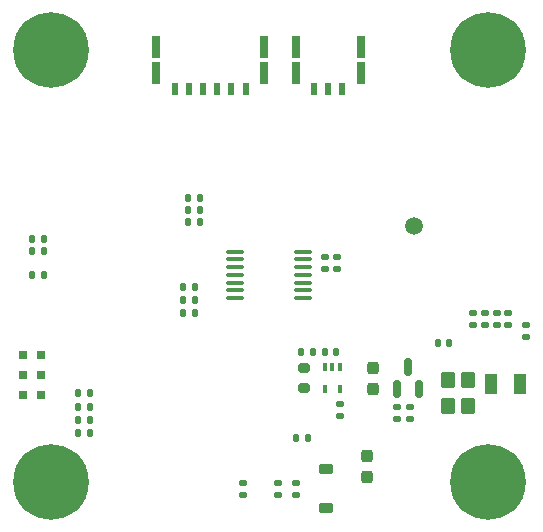
<source format=gbr>
%TF.GenerationSoftware,KiCad,Pcbnew,9.0.3*%
%TF.CreationDate,2025-07-31T21:13:17-04:00*%
%TF.ProjectId,motor-controller,6d6f746f-722d-4636-9f6e-74726f6c6c65,1*%
%TF.SameCoordinates,Original*%
%TF.FileFunction,Soldermask,Top*%
%TF.FilePolarity,Negative*%
%FSLAX46Y46*%
G04 Gerber Fmt 4.6, Leading zero omitted, Abs format (unit mm)*
G04 Created by KiCad (PCBNEW 9.0.3) date 2025-07-31 21:13:17*
%MOMM*%
%LPD*%
G01*
G04 APERTURE LIST*
G04 Aperture macros list*
%AMRoundRect*
0 Rectangle with rounded corners*
0 $1 Rounding radius*
0 $2 $3 $4 $5 $6 $7 $8 $9 X,Y pos of 4 corners*
0 Add a 4 corners polygon primitive as box body*
4,1,4,$2,$3,$4,$5,$6,$7,$8,$9,$2,$3,0*
0 Add four circle primitives for the rounded corners*
1,1,$1+$1,$2,$3*
1,1,$1+$1,$4,$5*
1,1,$1+$1,$6,$7*
1,1,$1+$1,$8,$9*
0 Add four rect primitives between the rounded corners*
20,1,$1+$1,$2,$3,$4,$5,0*
20,1,$1+$1,$4,$5,$6,$7,0*
20,1,$1+$1,$6,$7,$8,$9,0*
20,1,$1+$1,$8,$9,$2,$3,0*%
G04 Aperture macros list end*
%ADD10RoundRect,0.135000X0.185000X-0.135000X0.185000X0.135000X-0.185000X0.135000X-0.185000X-0.135000X0*%
%ADD11RoundRect,0.135000X-0.185000X0.135000X-0.185000X-0.135000X0.185000X-0.135000X0.185000X0.135000X0*%
%ADD12RoundRect,0.140000X0.170000X-0.140000X0.170000X0.140000X-0.170000X0.140000X-0.170000X-0.140000X0*%
%ADD13RoundRect,0.135000X0.135000X0.185000X-0.135000X0.185000X-0.135000X-0.185000X0.135000X-0.185000X0*%
%ADD14RoundRect,0.140000X0.140000X0.170000X-0.140000X0.170000X-0.140000X-0.170000X0.140000X-0.170000X0*%
%ADD15RoundRect,0.140000X-0.140000X-0.170000X0.140000X-0.170000X0.140000X0.170000X-0.140000X0.170000X0*%
%ADD16R,0.800000X0.800000*%
%ADD17RoundRect,0.250000X-0.350000X0.450000X-0.350000X-0.450000X0.350000X-0.450000X0.350000X0.450000X0*%
%ADD18RoundRect,0.150000X0.150000X-0.587500X0.150000X0.587500X-0.150000X0.587500X-0.150000X-0.587500X0*%
%ADD19C,3.600000*%
%ADD20C,6.400000*%
%ADD21RoundRect,0.135000X-0.135000X-0.185000X0.135000X-0.185000X0.135000X0.185000X-0.135000X0.185000X0*%
%ADD22RoundRect,0.237500X0.237500X-0.287500X0.237500X0.287500X-0.237500X0.287500X-0.237500X-0.287500X0*%
%ADD23RoundRect,0.100000X-0.100000X0.225000X-0.100000X-0.225000X0.100000X-0.225000X0.100000X0.225000X0*%
%ADD24RoundRect,0.100000X-0.637500X-0.100000X0.637500X-0.100000X0.637500X0.100000X-0.637500X0.100000X0*%
%ADD25R,0.600000X1.100000*%
%ADD26R,0.700000X1.850000*%
%ADD27C,1.500000*%
%ADD28RoundRect,0.225000X-0.375000X0.225000X-0.375000X-0.225000X0.375000X-0.225000X0.375000X0.225000X0*%
%ADD29RoundRect,0.140000X-0.170000X0.140000X-0.170000X-0.140000X0.170000X-0.140000X0.170000X0.140000X0*%
%ADD30R,1.000000X1.800000*%
%ADD31RoundRect,0.200000X0.275000X-0.200000X0.275000X0.200000X-0.275000X0.200000X-0.275000X-0.200000X0*%
G04 APERTURE END LIST*
D10*
%TO.C,R35*%
X212250000Y-166610000D03*
X212250000Y-165590000D03*
%TD*%
D11*
%TO.C,R34*%
X210750000Y-165590000D03*
X210750000Y-166610000D03*
%TD*%
D12*
%TO.C,C13*%
X214700000Y-147480000D03*
X214700000Y-146520000D03*
%TD*%
D13*
%TO.C,R15*%
X194860000Y-160250000D03*
X193840000Y-160250000D03*
%TD*%
D14*
%TO.C,C5*%
X225230000Y-153750000D03*
X224270000Y-153750000D03*
%TD*%
D15*
%TO.C,C14*%
X214720000Y-154500000D03*
X215680000Y-154500000D03*
%TD*%
D11*
%TO.C,R20*%
X221900000Y-159190001D03*
X221900000Y-160209999D03*
%TD*%
D16*
%TO.C,D5*%
X189150000Y-154800000D03*
X190650000Y-154800000D03*
%TD*%
D12*
%TO.C,C21*%
X228250000Y-152230000D03*
X228250000Y-151270000D03*
%TD*%
D17*
%TO.C,Y2*%
X225150000Y-156900000D03*
X225150000Y-159100000D03*
X226850000Y-159100000D03*
X226850000Y-156900000D03*
%TD*%
D13*
%TO.C,R8*%
X194860000Y-161350000D03*
X193840000Y-161350000D03*
%TD*%
D18*
%TO.C,Q7*%
X220800000Y-157687500D03*
X222700000Y-157687500D03*
X221750000Y-155812500D03*
%TD*%
D19*
%TO.C,H2*%
X228500000Y-129000000D03*
D20*
X228500000Y-129000000D03*
%TD*%
D19*
%TO.C,H1*%
X191500000Y-129000000D03*
D20*
X191500000Y-129000000D03*
%TD*%
D14*
%TO.C,C17*%
X213680000Y-154500000D03*
X212720000Y-154500000D03*
%TD*%
D21*
%TO.C,R28*%
X203090000Y-142500000D03*
X204110000Y-142500000D03*
%TD*%
%TO.C,R40*%
X189940000Y-146000000D03*
X190960000Y-146000000D03*
%TD*%
D10*
%TO.C,R44*%
X220800000Y-160210000D03*
X220800000Y-159190000D03*
%TD*%
D21*
%TO.C,R29*%
X203090000Y-143500000D03*
X204110000Y-143500000D03*
%TD*%
%TO.C,R31*%
X189940000Y-148000000D03*
X190960000Y-148000000D03*
%TD*%
D12*
%TO.C,C20*%
X227250000Y-152230000D03*
X227250000Y-151270000D03*
%TD*%
D22*
%TO.C,F3*%
X218250000Y-165075000D03*
X218250000Y-163325000D03*
%TD*%
D23*
%TO.C,U3*%
X216000000Y-155800000D03*
X215350000Y-155800000D03*
X214700000Y-155800000D03*
X214700000Y-157700000D03*
X216000000Y-157700000D03*
%TD*%
D16*
%TO.C,D3*%
X189150000Y-158200000D03*
X190650000Y-158200000D03*
%TD*%
D24*
%TO.C,U2*%
X207137500Y-146050000D03*
X207137500Y-146700000D03*
X207137500Y-147350000D03*
X207137500Y-148000000D03*
X207137500Y-148650000D03*
X207137500Y-149300000D03*
X207137500Y-149950000D03*
X212862500Y-149950000D03*
X212862500Y-149300000D03*
X212862500Y-148650000D03*
X212862500Y-148000000D03*
X212862500Y-147350000D03*
X212862500Y-146700000D03*
X212862500Y-146050000D03*
%TD*%
D16*
%TO.C,D4*%
X189150000Y-156500000D03*
X190650000Y-156500000D03*
%TD*%
D25*
%TO.C,J4*%
X202000000Y-132300000D03*
X203200000Y-132300000D03*
X204400000Y-132300000D03*
X205600000Y-132300000D03*
X206800000Y-132300000D03*
X208000000Y-132300000D03*
D26*
X200450000Y-128675000D03*
X200450000Y-130875000D03*
X209550000Y-128675000D03*
X209550000Y-130875000D03*
%TD*%
D12*
%TO.C,C12*%
X215700000Y-147480000D03*
X215700000Y-146520000D03*
%TD*%
D21*
%TO.C,R33*%
X202690000Y-151200000D03*
X203710000Y-151200000D03*
%TD*%
D19*
%TO.C,H3*%
X191500000Y-165500000D03*
D20*
X191500000Y-165500000D03*
%TD*%
D27*
%TO.C,TP5*%
X222250000Y-143900000D03*
%TD*%
D19*
%TO.C,H4*%
X228500000Y-165500000D03*
D20*
X228500000Y-165500000D03*
%TD*%
D21*
%TO.C,R41*%
X202690000Y-150100000D03*
X203710000Y-150100000D03*
%TD*%
%TO.C,R7*%
X193840000Y-158000000D03*
X194860000Y-158000000D03*
%TD*%
D28*
%TO.C,D7*%
X214800000Y-164400000D03*
X214800000Y-167700000D03*
%TD*%
D29*
%TO.C,C15*%
X216000000Y-158970000D03*
X216000000Y-159930000D03*
%TD*%
D10*
%TO.C,R37*%
X207750000Y-166610000D03*
X207750000Y-165590000D03*
%TD*%
D13*
%TO.C,R32*%
X190960000Y-145000000D03*
X189940000Y-145000000D03*
%TD*%
D25*
%TO.C,J2*%
X213800000Y-132300000D03*
X215000000Y-132300000D03*
X216200000Y-132300000D03*
D26*
X212250000Y-128675000D03*
X212250000Y-130875000D03*
X217750000Y-128675000D03*
X217750000Y-130875000D03*
%TD*%
D29*
%TO.C,C3*%
X231750000Y-152270000D03*
X231750000Y-153230000D03*
%TD*%
D22*
%TO.C,F1*%
X218750000Y-157625000D03*
X218750000Y-155875000D03*
%TD*%
D12*
%TO.C,C19*%
X230250000Y-152230000D03*
X230250000Y-151270000D03*
%TD*%
D13*
%TO.C,R16*%
X194860000Y-159150000D03*
X193840000Y-159150000D03*
%TD*%
D21*
%TO.C,R42*%
X202690000Y-149000000D03*
X203710000Y-149000000D03*
%TD*%
%TO.C,R30*%
X203090000Y-141500000D03*
X204110000Y-141500000D03*
%TD*%
D30*
%TO.C,Y1*%
X228750000Y-157250000D03*
X231250000Y-157250000D03*
%TD*%
D31*
%TO.C,L1*%
X212950000Y-157575000D03*
X212950000Y-155925000D03*
%TD*%
D21*
%TO.C,R39*%
X212240000Y-161850000D03*
X213260000Y-161850000D03*
%TD*%
D12*
%TO.C,C18*%
X229250000Y-152230000D03*
X229250000Y-151270000D03*
%TD*%
M02*

</source>
